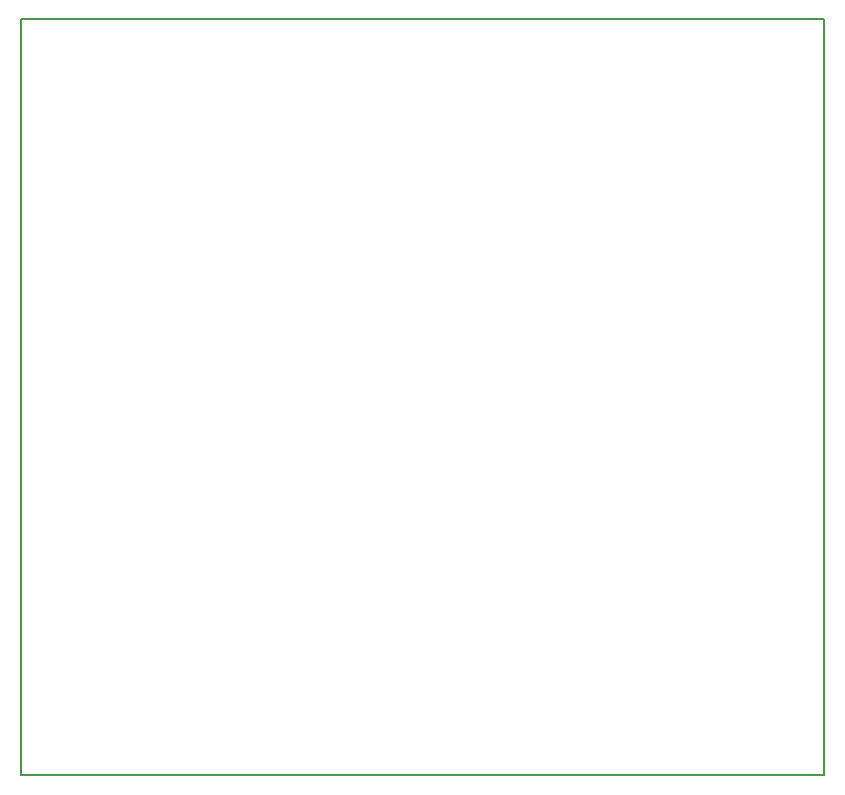
<source format=gbr>
G04 #@! TF.GenerationSoftware,KiCad,Pcbnew,(5.0.1)-4*
G04 #@! TF.CreationDate,2021-02-12T09:32:39+01:00*
G04 #@! TF.ProjectId,R_partiteur,52E97061727469746575722E6B696361,rev?*
G04 #@! TF.SameCoordinates,PX8e18f40PY848f8c0*
G04 #@! TF.FileFunction,Profile,NP*
%FSLAX46Y46*%
G04 Gerber Fmt 4.6, Leading zero omitted, Abs format (unit mm)*
G04 Created by KiCad (PCBNEW (5.0.1)-4) date 12/02/2021 09:32:39*
%MOMM*%
%LPD*%
G01*
G04 APERTURE LIST*
%ADD10C,0.150000*%
G04 APERTURE END LIST*
D10*
X0Y0D02*
X0Y64000000D01*
X68000000Y0D02*
X0Y0D01*
X68000000Y64000000D02*
X68000000Y0D01*
X0Y64000000D02*
X68000000Y64000000D01*
M02*

</source>
